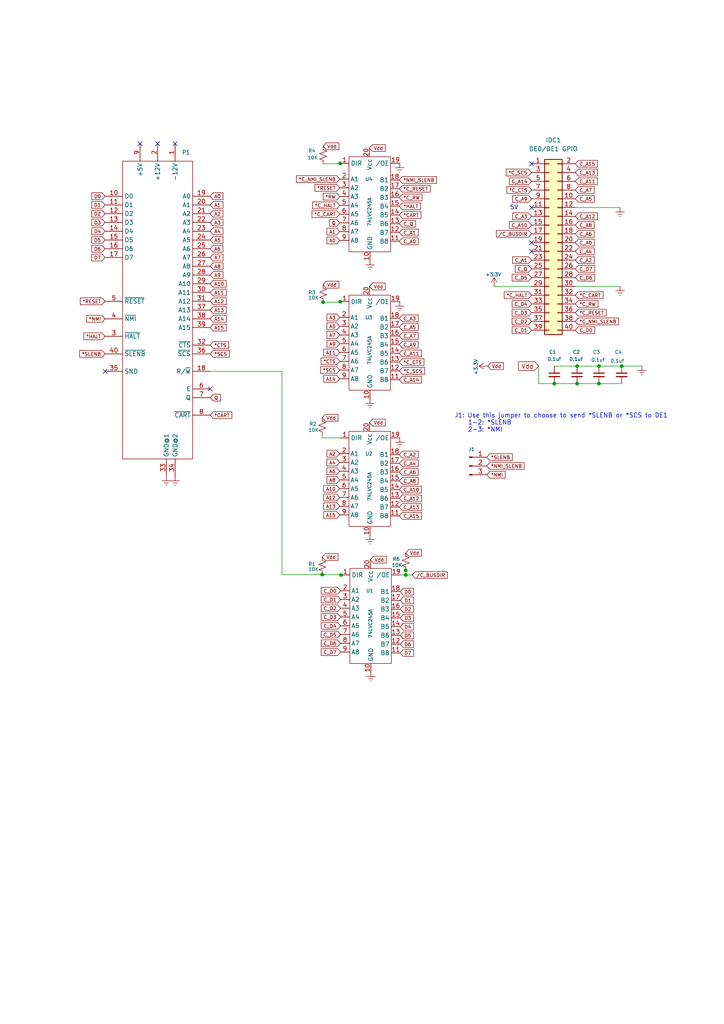
<source format=kicad_sch>
(kicad_sch (version 20211123) (generator eeschema)
  (paper "A4" portrait)
  (title_block (title "CoCo FPGA Hat (DE0 & DE1 Compatible)") (date "2023-01-18") (rev "0") (company "RCC") (comment 1 "to 3.3v systems with voltage conversion") (comment 2 "Cartridge for TRS-80 Color Computers that expose the Computer BUS") (comment 3 "IDC connector pinout mapped for Altera DE0 & DE1 FPGA Development Board"))
  (lib_symbols
    (symbol "74LVC245A_2"
      (property "Reference" "U" (at 0 0 0))
      (property "Value" "74LVC245A_2" (at 0 0 0))
      (symbol "74LVC245A_2_0_1"
        (rectangle (start -64.643 89.535) (end -52.578 61.976))
      )
      (symbol "74LVC245A_2_1_1"
        (pin input line (at -67.183 87.63 0) (length 2.54) (name "DIR") (number "1"))
        (pin power_in line (at -58.547 59.436 90) (length 2.54) (name "GND") (number "10"))
        (pin bidirectional line (at -50.038 65.024 180) (length 2.54) (name "B8") (number "11"))
        (pin bidirectional line (at -50.038 67.564 180) (length 2.54) (name "B7") (number "12"))
        (pin bidirectional line (at -50.038 70.104 180) (length 2.54) (name "B6") (number "13"))
        (pin bidirectional line (at -50.038 72.644 180) (length 2.54) (name "B5") (number "14"))
        (pin bidirectional line (at -50.038 75.184 180) (length 2.54) (name "B4") (number "15"))
        (pin bidirectional line (at -50.038 77.724 180) (length 2.54) (name "B3") (number "16"))
        (pin bidirectional line (at -50.038 80.264 180) (length 2.54) (name "B2") (number "17"))
        (pin bidirectional line (at -50.038 82.804 180) (length 2.54) (name "B1") (number "18"))
        (pin input line (at -49.911 87.63 180) (length 2.54) (name "/OE") (number "19"))
        (pin bidirectional line (at -67.31 83.058 0) (length 2.54) (name "A1") (number "2"))
        (pin power_in line (at -58.674 92.075 270) (length 2.54) (name "Vcc") (number "20"))
        (pin bidirectional line (at -67.31 80.518 0) (length 2.54) (name "A2") (number "3"))
        (pin bidirectional line (at -67.31 77.978 0) (length 2.54) (name "A3") (number "4"))
        (pin bidirectional line (at -67.31 75.438 0) (length 2.54) (name "A4") (number "5"))
        (pin bidirectional line (at -67.31 72.898 0) (length 2.54) (name "A5") (number "6"))
        (pin bidirectional line (at -67.31 70.358 0) (length 2.54) (name "A6") (number "7"))
        (pin bidirectional line (at -67.31 67.818 0) (length 2.54) (name "A7") (number "8"))
        (pin bidirectional line (at -67.31 65.278 0) (length 2.54) (name "A8") (number "9"))
      )
    )
    (symbol "74LVC245A_3"
      (property "Reference" "U" (at 0 0 0))
      (property "Value" "74LVC245A_3" (at 0 0 0))
      (symbol "74LVC245A_3_0_1"
        (rectangle (start -64.643 89.535) (end -52.578 61.976))
      )
      (symbol "74LVC245A_3_1_1"
        (pin input line (at -67.183 87.63 0) (length 2.54) (name "DIR") (number "1"))
        (pin power_in line (at -58.547 59.436 90) (length 2.54) (name "GND") (number "10"))
        (pin bidirectional line (at -50.038 65.024 180) (length 2.54) (name "B8") (number "11"))
        (pin bidirectional line (at -50.038 67.564 180) (length 2.54) (name "B7") (number "12"))
        (pin bidirectional line (at -50.038 70.104 180) (length 2.54) (name "B6") (number "13"))
        (pin bidirectional line (at -50.038 72.644 180) (length 2.54) (name "B5") (number "14"))
        (pin bidirectional line (at -50.038 75.184 180) (length 2.54) (name "B4") (number "15"))
        (pin bidirectional line (at -50.038 77.724 180) (length 2.54) (name "B3") (number "16"))
        (pin bidirectional line (at -50.038 80.264 180) (length 2.54) (name "B2") (number "17"))
        (pin bidirectional line (at -50.038 82.804 180) (length 2.54) (name "B1") (number "18"))
        (pin input line (at -49.911 87.63 180) (length 2.54) (name "/OE") (number "19"))
        (pin bidirectional line (at -67.31 83.058 0) (length 2.54) (name "A1") (number "2"))
        (pin power_in line (at -58.674 92.075 270) (length 2.54) (name "Vcc") (number "20"))
        (pin bidirectional line (at -67.31 80.518 0) (length 2.54) (name "A2") (number "3"))
        (pin bidirectional line (at -67.31 77.978 0) (length 2.54) (name "A3") (number "4"))
        (pin bidirectional line (at -67.31 75.438 0) (length 2.54) (name "A4") (number "5"))
        (pin bidirectional line (at -67.31 72.898 0) (length 2.54) (name "A5") (number "6"))
        (pin bidirectional line (at -67.31 70.358 0) (length 2.54) (name "A6") (number "7"))
        (pin bidirectional line (at -67.31 67.818 0) (length 2.54) (name "A7") (number "8"))
        (pin bidirectional line (at -67.31 65.278 0) (length 2.54) (name "A8") (number "9"))
      )
    )
    (symbol "74LVC245A_4"
      (property "Reference" "U" (at 0 0 0))
      (property "Value" "74LVC245A_4" (at 0 0 0))
      (symbol "74LVC245A_4_0_1"
        (rectangle (start -64.643 89.535) (end -52.578 61.976))
      )
      (symbol "74LVC245A_4_1_1"
        (pin input line (at -67.183 87.63 0) (length 2.54) (name "DIR") (number "1"))
        (pin power_in line (at -58.547 59.436 90) (length 2.54) (name "GND") (number "10"))
        (pin bidirectional line (at -50.038 65.024 180) (length 2.54) (name "B8") (number "11"))
        (pin bidirectional line (at -50.038 67.564 180) (length 2.54) (name "B7") (number "12"))
        (pin bidirectional line (at -50.038 70.104 180) (length 2.54) (name "B6") (number "13"))
        (pin bidirectional line (at -50.038 72.644 180) (length 2.54) (name "B5") (number "14"))
        (pin bidirectional line (at -50.038 75.184 180) (length 2.54) (name "B4") (number "15"))
        (pin bidirectional line (at -50.038 77.724 180) (length 2.54) (name "B3") (number "16"))
        (pin bidirectional line (at -50.038 80.264 180) (length 2.54) (name "B2") (number "17"))
        (pin bidirectional line (at -50.038 82.804 180) (length 2.54) (name "B1") (number "18"))
        (pin input line (at -49.911 87.63 180) (length 2.54) (name "/OE") (number "19"))
        (pin bidirectional line (at -67.31 83.058 0) (length 2.54) (name "A1") (number "2"))
        (pin power_in line (at -58.674 92.075 270) (length 2.54) (name "Vcc") (number "20"))
        (pin bidirectional line (at -67.31 80.518 0) (length 2.54) (name "A2") (number "3"))
        (pin bidirectional line (at -67.31 77.978 0) (length 2.54) (name "A3") (number "4"))
        (pin bidirectional line (at -67.31 75.438 0) (length 2.54) (name "A4") (number "5"))
        (pin bidirectional line (at -67.31 72.898 0) (length 2.54) (name "A5") (number "6"))
        (pin bidirectional line (at -67.31 70.358 0) (length 2.54) (name "A6") (number "7"))
        (pin bidirectional line (at -67.31 67.818 0) (length 2.54) (name "A7") (number "8"))
        (pin bidirectional line (at -67.31 65.278 0) (length 2.54) (name "A8") (number "9"))
      )
    )
    (symbol "Connector:Conn_01x03_Male" (pin_names (offset 1.016) hide)
      (property "Reference" "J" (at 0 5.08 0))
      (property "Value" "Conn_01x03_Male" (at 0 -5.08 0))
      (symbol "Conn_01x03_Male_1_1"
        (polyline (pts (xy 1.27 -2.54) (xy 0.8636 -2.54)) (stroke (width 0.1524)))
        (polyline (pts (xy 1.27 0) (xy 0.8636 0)) (stroke (width 0.1524)))
        (polyline (pts (xy 1.27 2.54) (xy 0.8636 2.54)) (stroke (width 0.1524)))
        (rectangle (start 0.8636 -2.413) (end 0 -2.667) (stroke (width 0.1524)) (fill (type outline)))
        (rectangle (start 0.8636 0.127) (end 0 -0.127) (stroke (width 0.1524)) (fill (type outline)))
        (rectangle (start 0.8636 2.667) (end 0 2.413) (stroke (width 0.1524)) (fill (type outline)))
        (pin passive line (at 5.08 2.54 180) (length 3.81) (name "Pin_1") (number "1"))
        (pin passive line (at 5.08 0 180) (length 3.81) (name "Pin_2") (number "2"))
        (pin passive line (at 5.08 -2.54 180) (length 3.81) (name "Pin_3") (number "3"))
      )
    )
    (symbol "Connector_Generic:Conn_02x20_Odd_Even" (pin_names (offset 1.016) hide)
      (property "Reference" "J" (at 1.27 25.4 0))
      (property "Value" "Conn_02x20_Odd_Even" (at 1.27 -27.94 0))
      (symbol "Conn_02x20_Odd_Even_1_1"
        (rectangle (start -1.27 -25.273) (end 0 -25.527) (stroke (width 0.1524)))
        (rectangle (start -1.27 -22.733) (end 0 -22.987) (stroke (width 0.1524)))
        (rectangle (start -1.27 -20.193) (end 0 -20.447) (stroke (width 0.1524)))
        (rectangle (start -1.27 -17.653) (end 0 -17.907) (stroke (width 0.1524)))
        (rectangle (start -1.27 -15.113) (end 0 -15.367) (stroke (width 0.1524)))
        (rectangle (start -1.27 -12.573) (end 0 -12.827) (stroke (width 0.1524)))
        (rectangle (start -1.27 -10.033) (end 0 -10.287) (stroke (width 0.1524)))
        (rectangle (start -1.27 -7.493) (end 0 -7.747) (stroke (width 0.1524)))
        (rectangle (start -1.27 -4.953) (end 0 -5.207) (stroke (width 0.1524)))
        (rectangle (start -1.27 -2.413) (end 0 -2.667) (stroke (width 0.1524)))
        (rectangle (start -1.27 0.127) (end 0 -0.127) (stroke (width 0.1524)))
        (rectangle (start -1.27 2.667) (end 0 2.413) (stroke (width 0.1524)))
        (rectangle (start -1.27 5.207) (end 0 4.953) (stroke (width 0.1524)))
        (rectangle (start -1.27 7.747) (end 0 7.493) (stroke (width 0.1524)))
        (rectangle (start -1.27 10.287) (end 0 10.033) (stroke (width 0.1524)))
        (rectangle (start -1.27 12.827) (end 0 12.573) (stroke (width 0.1524)))
        (rectangle (start -1.27 15.367) (end 0 15.113) (stroke (width 0.1524)))
        (rectangle (start -1.27 17.907) (end 0 17.653) (stroke (width 0.1524)))
        (rectangle (start -1.27 20.447) (end 0 20.193) (stroke (width 0.1524)))
        (rectangle (start -1.27 22.987) (end 0 22.733) (stroke (width 0.1524)))
        (rectangle (start -1.27 24.13) (end 3.81 -26.67) (stroke (width 0.254)) (fill (type background)))
        (rectangle (start 3.81 -25.273) (end 2.54 -25.527) (stroke (width 0.1524)))
        (rectangle (start 3.81 -22.733) (end 2.54 -22.987) (stroke (width 0.1524)))
        (rectangle (start 3.81 -20.193) (end 2.54 -20.447) (stroke (width 0.1524)))
        (rectangle (start 3.81 -17.653) (end 2.54 -17.907) (stroke (width 0.1524)))
        (rectangle (start 3.81 -15.113) (end 2.54 -15.367) (stroke (width 0.1524)))
        (rectangle (start 3.81 -12.573) (end 2.54 -12.827) (stroke (width 0.1524)))
        (rectangle (start 3.81 -10.033) (end 2.54 -10.287) (stroke (width 0.1524)))
        (rectangle (start 3.81 -7.493) (end 2.54 -7.747) (stroke (width 0.1524)))
        (rectangle (start 3.81 -4.953) (end 2.54 -5.207) (stroke (width 0.1524)))
        (rectangle (start 3.81 -2.413) (end 2.54 -2.667) (stroke (width 0.1524)))
        (rectangle (start 3.81 0.127) (end 2.54 -0.127) (stroke (width 0.1524)))
        (rectangle (start 3.81 2.667) (end 2.54 2.413) (stroke (width 0.1524)))
        (rectangle (start 3.81 5.207) (end 2.54 4.953) (stroke (width 0.1524)))
        (rectangle (start 3.81 7.747) (end 2.54 7.493) (stroke (width 0.1524)))
        (rectangle (start 3.81 10.287) (end 2.54 10.033) (stroke (width 0.1524)))
        (rectangle (start 3.81 12.827) (end 2.54 12.573) (stroke (width 0.1524)))
        (rectangle (start 3.81 15.367) (end 2.54 15.113) (stroke (width 0.1524)))
        (rectangle (start 3.81 17.907) (end 2.54 17.653) (stroke (width 0.1524)))
        (rectangle (start 3.81 20.447) (end 2.54 20.193) (stroke (width 0.1524)))
        (rectangle (start 3.81 22.987) (end 2.54 22.733) (stroke (width 0.1524)))
        (pin passive line (at -5.08 22.86 0) (length 3.81) (name "Pin_1") (number "1"))
        (pin passive line (at 7.62 12.7 180) (length 3.81) (name "Pin_10") (number "10"))
        (pin passive line (at -5.08 10.16 0) (length 3.81) (name "Pin_11") (number "11"))
        (pin passive line (at 7.62 10.16 180) (length 3.81) (name "Pin_12") (number "12"))
        (pin passive line (at -5.08 7.62 0) (length 3.81) (name "Pin_13") (number "13"))
        (pin passive line (at 7.62 7.62 180) (length 3.81) (name "Pin_14") (number "14"))
        (pin passive line (at -5.08 5.08 0) (length 3.81) (name "Pin_15") (number "15"))
        (pin passive line (at 7.62 5.08 180) (length 3.81) (name "Pin_16") (number "16"))
        (pin passive line (at -5.08 2.54 0) (length 3.81) (name "Pin_17") (number "17"))
        (pin passive line (at 7.62 2.54 180) (length 3.81) (name "Pin_18") (number "18"))
        (pin passive line (at -5.08 0 0) (length 3.81) (name "Pin_19") (number "19"))
        (pin passive line (at 7.62 22.86 180) (length 3.81) (name "Pin_2") (number "2"))
        (pin passive line (at 7.62 0 180) (length 3.81) (name "Pin_20") (number "20"))
        (pin passive line (at -5.08 -2.54 0) (length 3.81) (name "Pin_21") (number "21"))
        (pin passive line (at 7.62 -2.54 180) (length 3.81) (name "Pin_22") (number "22"))
        (pin passive line (at -5.08 -5.08 0) (length 3.81) (name "Pin_23") (number "23"))
        (pin passive line (at 7.62 -5.08 180) (length 3.81) (name "Pin_24") (number "24"))
        (pin passive line (at -5.08 -7.62 0) (length 3.81) (name "Pin_25") (number "25"))
        (pin passive line (at 7.62 -7.62 180) (length 3.81) (name "Pin_26") (number "26"))
        (pin passive line (at -5.08 -10.16 0) (length 3.81) (name "Pin_27") (number "27"))
        (pin passive line (at 7.62 -10.16 180) (length 3.81) (name "Pin_28") (number "28"))
        (pin passive line (at -5.08 -12.7 0) (length 3.81) (name "Pin_29") (number "29"))
        (pin passive line (at -5.08 20.32 0) (length 3.81) (name "Pin_3") (number "3"))
        (pin passive line (at 7.62 -12.7 180) (length 3.81) (name "Pin_30") (number "30"))
        (pin passive line (at -5.08 -15.24 0) (length 3.81) (name "Pin_31") (number "31"))
        (pin passive line (at 7.62 -15.24 180) (length 3.81) (name "Pin_32") (number "32"))
        (pin passive line (at -5.08 -17.78 0) (length 3.81) (name "Pin_33") (number "33"))
        (pin passive line (at 7.62 -17.78 180) (length 3.81) (name "Pin_34") (number "34"))
        (pin passive line (at -5.08 -20.32 0) (length 3.81) (name "Pin_35") (number "35"))
        (pin passive line (at 7.62 -20.32 180) (length 3.81) (name "Pin_36") (number "36"))
        (pin passive line (at -5.08 -22.86 0) (length 3.81) (name "Pin_37") (number "37"))
        (pin passive line (at 7.62 -22.86 180) (length 3.81) (name "Pin_38") (number "38"))
        (pin passive line (at -5.08 -25.4 0) (length 3.81) (name "Pin_39") (number "39"))
        (pin passive line (at 7.62 20.32 180) (length 3.81) (name "Pin_4") (number "4"))
        (pin passive line (at 7.62 -25.4 180) (length 3.81) (name "Pin_40") (number "40"))
        (pin passive line (at -5.08 17.78 0) (length 3.81) (name "Pin_5") (number "5"))
        (pin passive line (at 7.62 17.78 180) (length 3.81) (name "Pin_6") (number "6"))
        (pin passive line (at -5.08 15.24 0) (length 3.81) (name "Pin_7") (number "7"))
        (pin passive line (at 7.62 15.24 180) (length 3.81) (name "Pin_8") (number "8"))
        (pin passive line (at -5.08 12.7 0) (length 3.81) (name "Pin_9") (number "9"))
      )
    )
    (symbol "Device:C_Small" (pin_numbers hide) (pin_names (offset 0.254) hide)
      (property "Reference" "C" (at 0.254 1.778 0))
      (property "Value" "C_Small" (at 0.254 -2.032 0))
      (symbol "C_Small_0_1"
        (polyline (pts (xy -1.524 -0.508) (xy 1.524 -0.508)) (stroke (width 0.3302)))
        (polyline (pts (xy -1.524 0.508) (xy 1.524 0.508)) (stroke (width 0.3048)))
      )
      (symbol "C_Small_1_1"
        (pin passive line (at 0 2.54 270) (length 2.032) (name "~") (number "1"))
        (pin passive line (at 0 -2.54 90) (length 2.032) (name "~") (number "2"))
      )
    )
    (symbol "Device:R_Small_US" (pin_numbers hide) (pin_names (offset 0.254) hide)
      (property "Reference" "R" (at 0.762 0.508 0))
      (property "Value" "R_Small_US" (at 0.762 -1.016 0))
      (symbol "R_Small_US_1_1"
        (polyline (pts (xy 0 0) (xy 1.016 -0.381) (xy 0 -0.762) (xy -1.016 -1.143) (xy 0 -1.524)))
        (polyline (pts (xy 0 1.524) (xy 1.016 1.143) (xy 0 0.762) (xy -1.016 0.381) (xy 0 0)))
        (pin passive line (at 0 2.54 270) (length 1.016) (name "~") (number "1"))
        (pin passive line (at 0 -2.54 90) (length 1.016) (name "~") (number "2"))
      )
    )
    (symbol "Roni Symbols:CoCo_Slot_BarePCB"
      (property "Reference" "P" (at 10.16 40.64 0))
      (symbol "CoCo_Slot_BarePCB_1_0"
        (rectangle (start -10.16 40.64) (end 10.16 -45.72))
        (pin passive line (at 5.08 45.72 270) (length 5.08) (name "-12V") (number "1"))
        (pin bidirectional line (at -15.24 30.48 0) (length 5.08) (name "D0") (number "10"))
        (pin bidirectional line (at -15.24 27.94 0) (length 5.08) (name "D1") (number "11"))
        (pin bidirectional line (at -15.24 25.4 0) (length 5.08) (name "D2") (number "12"))
        (pin bidirectional line (at -15.24 22.86 0) (length 5.08) (name "D3") (number "13"))
        (pin bidirectional line (at -15.24 20.32 0) (length 5.08) (name "D4") (number "14"))
        (pin bidirectional line (at -15.24 17.78 0) (length 5.08) (name "D5") (number "15"))
        (pin bidirectional line (at -15.24 15.24 0) (length 5.08) (name "D6") (number "16"))
        (pin bidirectional line (at -15.24 12.7 0) (length 5.08) (name "D7") (number "17"))
        (pin output line (at 15.24 -20.32 180) (length 5.08) (name "R/~{W}") (number "18"))
        (pin output line (at 15.24 30.48 180) (length 5.08) (name "A0") (number "19"))
        (pin passive line (at 0 45.72 270) (length 5.08) (name "+12V") (number "2"))
        (pin output line (at 15.24 27.94 180) (length 5.08) (name "A1") (number "20"))
        (pin output line (at 15.24 25.4 180) (length 5.08) (name "A2") (number "21"))
        (pin output line (at 15.24 22.86 180) (length 5.08) (name "A3") (number "22"))
        (pin output line (at 15.24 20.32 180) (length 5.08) (name "A4") (number "23"))
        (pin output line (at 15.24 17.78 180) (length 5.08) (name "A5") (number "24"))
        (pin output line (at 15.24 15.24 180) (length 5.08) (name "A6") (number "25"))
        (pin output line (at 15.24 12.7 180) (length 5.08) (name "A7") (number "26"))
        (pin output line (at 15.24 10.16 180) (length 5.08) (name "A8") (number "27"))
        (pin output line (at 15.24 7.62 180) (length 5.08) (name "A9") (number "28"))
        (pin output line (at 15.24 5.08 180) (length 5.08) (name "A10") (number "29"))
        (pin bidirectional line (at -15.24 -10.16 0) (length 5.08) (name "~{HALT}") (number "3"))
        (pin output line (at 15.24 2.54 180) (length 5.08) (name "A11") (number "30"))
        (pin output line (at 15.24 0 180) (length 5.08) (name "A12") (number "31"))
        (pin output line (at 15.24 -12.7 180) (length 5.08) (name "~{CTS}") (number "32"))
        (pin passive line (at 2.54 -50.8 90) (length 5.08) (name "GND@1") (number "33"))
        (pin passive line (at 5.08 -50.8 90) (length 5.08) (name "GND@2") (number "34"))
        (pin bidirectional line (at -15.24 -20.32 0) (length 5.08) (name "SND") (number "35"))
        (pin output line (at 15.24 -15.24 180) (length 5.08) (name "~{SCS}") (number "36"))
        (pin output line (at 15.24 -2.54 180) (length 5.08) (name "A13") (number "37"))
        (pin output line (at 15.24 -5.08 180) (length 5.08) (name "A14") (number "38"))
        (pin output line (at 15.24 -7.62 180) (length 5.08) (name "A15") (number "39"))
        (pin bidirectional line (at -15.24 -5.08 0) (length 5.08) (name "~{NMI}") (number "4"))
        (pin input line (at -15.24 -15.24 0) (length 5.08) (name "~{SLENB}") (number "40"))
        (pin bidirectional line (at -15.24 0 0) (length 5.08) (name "~{RESET}") (number "5"))
        (pin output line (at 15.24 -25.4 180) (length 5.08) (name "E") (number "6"))
        (pin output line (at 15.24 -27.94 180) (length 5.08) (name "Q") (number "7"))
        (pin input line (at 15.24 -33.02 180) (length 5.08) (name "~{CART}") (number "8"))
        (pin passive line (at -5.08 45.72 270) (length 5.08) (name "+5V") (number "9"))
      )
    )
    (symbol "Roni:74LVC245A"
      (property "Reference" "U" (at 0 0 0))
      (property "Value" "74LVC245A" (at 0 0 0))
      (symbol "74LVC245A_0_1"
        (rectangle (start -64.643 89.535) (end -52.578 61.976))
      )
      (symbol "74LVC245A_1_1"
        (pin input line (at -67.183 87.63 0) (length 2.54) (name "DIR") (number "1"))
        (pin power_in line (at -58.547 59.436 90) (length 2.54) (name "GND") (number "10"))
        (pin bidirectional line (at -50.038 65.024 180) (length 2.54) (name "B8") (number "11"))
        (pin bidirectional line (at -50.038 67.564 180) (length 2.54) (name "B7") (number "12"))
        (pin bidirectional line (at -50.038 70.104 180) (length 2.54) (name "B6") (number "13"))
        (pin bidirectional line (at -50.038 72.644 180) (length 2.54) (name "B5") (number "14"))
        (pin bidirectional line (at -50.038 75.184 180) (length 2.54) (name "B4") (number "15"))
        (pin bidirectional line (at -50.038 77.724 180) (length 2.54) (name "B3") (number "16"))
        (pin bidirectional line (at -50.038 80.264 180) (length 2.54) (name "B2") (number "17"))
        (pin bidirectional line (at -50.038 82.804 180) (length 2.54) (name "B1") (number "18"))
        (pin input line (at -49.911 87.63 180) (length 2.54) (name "/OE") (number "19"))
        (pin bidirectional line (at -67.31 83.058 0) (length 2.54) (name "A1") (number "2"))
        (pin power_in line (at -58.674 92.075 270) (length 2.54) (name "Vcc") (number "20"))
        (pin bidirectional line (at -67.31 80.518 0) (length 2.54) (name "A2") (number "3"))
        (pin bidirectional line (at -67.31 77.978 0) (length 2.54) (name "A3") (number "4"))
        (pin bidirectional line (at -67.31 75.438 0) (length 2.54) (name "A4") (number "5"))
        (pin bidirectional line (at -67.31 72.898 0) (length 2.54) (name "A5") (number "6"))
        (pin bidirectional line (at -67.31 70.358 0) (length 2.54) (name "A6") (number "7"))
        (pin bidirectional line (at -67.31 67.818 0) (length 2.54) (name "A7") (number "8"))
        (pin bidirectional line (at -67.31 65.278 0) (length 2.54) (name "A8") (number "9"))
      )
    )
    (symbol "power:+3.3V" (power) (pin_names (offset 0))
      (property "Value" "+3.3V" (at 0 3.556 0))
      (symbol "+3.3V_0_1"
        (polyline (pts (xy -0.762 1.27) (xy 0 2.54)))
        (polyline (pts (xy 0 0) (xy 0 2.54)))
        (polyline (pts (xy 0 2.54) (xy 0.762 1.27)))
      )
      (symbol "+3.3V_1_1"
        (pin power_in line (at 0 0 90) (length 0) hide (name "+3.3V") (number "1"))
      )
    )
    (symbol "power:GNDREF" (power) (pin_names (offset 0))
      (property "Value" "GNDREF" (at 0 -3.81 0))
      (symbol "GNDREF_0_1"
        (polyline (pts (xy -0.635 -1.905) (xy 0.635 -1.905)))
        (polyline (pts (xy -0.127 -2.54) (xy 0.127 -2.54)))
        (polyline (pts (xy 0 -1.27) (xy 0 0)))
        (polyline (pts (xy 1.27 -1.27) (xy -1.27 -1.27)))
      )
      (symbol "GNDREF_1_1"
        (pin power_in line (at 0 0 270) (length 0) hide (name "GNDREF") (number "1"))
      )
    )
  )
  (junction (at 167.386 106.172))
  (junction (at 180.34 106.172))
  (junction (at 98.933 166.751))
  (junction (at 173.736 106.172))
  (junction (at 173.736 111.252))
  (junction (at 98.679 47.371))
  (junction (at 167.386 111.252))
  (junction (at 98.679 87.503))
  (junction (at 160.782 111.252))
  (junction (at 117.6788 165.4117))
  (junction (at 93.726 87.63))
  (junction (at 93.472 166.624))
  (junction (at 117.7027 166.751))
  (no_connect (at 154.178 47.498))
  (no_connect (at 60.96 112.776))
  (no_connect (at 154.178 72.898))
  (no_connect (at 45.72 41.656))
  (no_connect (at 40.64 41.656))
  (no_connect (at 154.178 60.198))
  (no_connect (at 154.178 70.358))
  (no_connect (at 30.48 107.696))
  (no_connect (at 50.8 41.656))
  (wire (pts (xy 81.788 107.696) (xy 81.788 166.624)))
  (wire (pts (xy 81.788 166.624) (xy 93.472 166.624)))
  (wire (pts (xy 180.34 106.172) (xy 186.182 106.172)))
  (wire (pts (xy 98.679 87.63) (xy 98.679 87.503)))
  (wire (pts (xy 98.933 166.624) (xy 98.933 166.751)))
  (wire (pts (xy 173.736 106.172) (xy 180.34 106.172)))
  (wire (pts (xy 93.472 126.238) (xy 93.472 127)))
  (wire (pts (xy 160.782 106.172) (xy 167.386 106.172)))
  (wire (pts (xy 167.386 106.172) (xy 173.736 106.172)))
  (wire (pts (xy 93.726 87.6914) (xy 93.726 87.63)))
  (wire (pts (xy 117.7027 165.4117) (xy 117.6788 165.4117)))
  (wire (pts (xy 143.3397 83.058) (xy 154.178 83.058)))
  (wire (pts (xy 166.878 83.058) (xy 179.8596 83.058)))
  (wire (pts (xy 117.7027 166.751) (xy 119.5564 166.751)))
  (wire (pts (xy 117.7027 166.751) (xy 117.7027 165.4117)))
  (wire (pts (xy 93.472 127) (xy 98.679 127)))
  (wire (pts (xy 167.386 111.252) (xy 173.736 111.252)))
  (wire (pts (xy 60.96 107.696) (xy 81.788 107.696)))
  (wire (pts (xy 98.679 47.498) (xy 98.679 47.371)))
  (wire (pts (xy 156.21 111.252) (xy 160.782 111.252)))
  (wire (pts (xy 160.782 111.252) (xy 167.386 111.252)))
  (wire (pts (xy 166.878 60.198) (xy 179.832 60.198)))
  (wire (pts (xy 93.726 47.498) (xy 98.679 47.498)))
  (wire (pts (xy 93.726 87.63) (xy 98.679 87.63)))
  (wire (pts (xy 116.205 166.751) (xy 117.7027 166.751)))
  (wire (pts (xy 173.736 111.252) (xy 180.34 111.252)))
  (wire (pts (xy 93.472 166.624) (xy 98.933 166.624)))
  (wire (pts (xy 156.21 106.172) (xy 156.21 111.252)))
  (text "J1: Use this jumper to choose to send *SLENB or *SCS to DE1\n    1-2: *SLENB\n    2-3: *NMI\n" (at 131.826 125.476 0) (effects (font (size 1.27 1.27)) (justify left bottom)))
  (text "5V" (at 147.859 61.0374 0) (effects (font (size 1.27 1.27)) (justify left bottom)))
  (global_label "Vdd" (shape input) (at 107.188 122.555 0) (effects (font (size 1 1))) (property "Intersheet References" "${INTERSHEET_REFS}" (effects hide)))
  (global_label "C_D5" (shape input) (at 154.178 80.518 180) (effects (font (size 1 1))) (property "Intersheet References" "${INTERSHEET_REFS}" (effects hide)))
  (global_label "A9" (shape input) (at 98.552 99.695 180) (effects (font (size 1 1))) (property "Intersheet References" "${INTERSHEET_REFS}" (effects hide)))
  (global_label "*CTS" (shape input) (at 98.552 104.775 180) (effects (font (size 1 1))) (property "Intersheet References" "${INTERSHEET_REFS}" (effects hide)))
  (global_label "Vdd" (shape input) (at 107.442 162.306 0) (effects (font (size 1 1))) (property "Intersheet References" "${INTERSHEET_REFS}" (effects hide)))
  (global_label "C_A13" (shape input) (at 115.824 147.066 0) (effects (font (size 1 1))) (property "Intersheet References" "${INTERSHEET_REFS}" (effects hide)))
  (global_label "C_A6" (shape input) (at 115.824 136.906 0) (effects (font (size 1 1))) (property "Intersheet References" "${INTERSHEET_REFS}" (effects hide)))
  (global_label "A5" (shape input) (at 60.96 69.596 0) (effects (font (size 1 1))) (property "Intersheet References" "${INTERSHEET_REFS}" (effects hide)))
  (global_label "C_A7" (shape input) (at 166.878 55.118 0) (effects (font (size 1 1))) (property "Intersheet References" "${INTERSHEET_REFS}" (effects hide)))
  (global_label "*C_NMI_SLENB" (shape input) (at 166.878 93.218 0) (effects (font (size 1 1))) (property "Intersheet References" "${INTERSHEET_REFS}" (effects hide)))
  (global_label "C_A4" (shape input) (at 166.878 72.898 0) (effects (font (size 1 1))) (property "Intersheet References" "${INTERSHEET_REFS}" (effects hide)))
  (global_label "A1" (shape input) (at 60.96 59.436 0) (effects (font (size 1 1))) (property "Intersheet References" "${INTERSHEET_REFS}" (effects hide)))
  (global_label "{slash}C_BUSDIR" (shape input) (at 154.178 67.818 180) (effects (font (size 1 1))) (property "Intersheet References" "${INTERSHEET_REFS}" (effects hide)))
  (global_label "*C_RESET" (shape input) (at 115.824 54.737 0) (effects (font (size 1 1))) (property "Intersheet References" "${INTERSHEET_REFS}" (effects hide)))
  (global_label "D5" (shape input) (at 116.078 184.277 0) (effects (font (size 1 1))) (property "Intersheet References" "${INTERSHEET_REFS}" (effects hide)))
  (global_label "C_A0" (shape input) (at 166.878 70.358 0) (effects (font (size 1 1))) (property "Intersheet References" "${INTERSHEET_REFS}" (effects hide)))
  (global_label "C_A2" (shape input) (at 166.878 75.438 0) (effects (font (size 1 1))) (property "Intersheet References" "${INTERSHEET_REFS}" (effects hide)))
  (global_label "*NMI" (shape input) (at 30.48 92.456 180) (effects (font (size 1 1))) (property "Intersheet References" "${INTERSHEET_REFS}" (effects hide)))
  (global_label "A10" (shape input) (at 60.96 82.296 0) (effects (font (size 1 1))) (property "Intersheet References" "${INTERSHEET_REFS}" (effects hide)))
  (global_label "*C_CART" (shape input) (at 166.878 85.598 0) (effects (font (size 1 1))) (property "Intersheet References" "${INTERSHEET_REFS}" (effects hide)))
  (global_label "A15" (shape input) (at 60.96 94.996 0) (effects (font (size 1 1))) (property "Intersheet References" "${INTERSHEET_REFS}" (effects hide)))
  (global_label "C_D0" (shape input) (at 98.806 171.323 180) (effects (font (size 1 1))) (property "Intersheet References" "${INTERSHEET_REFS}" (effects hide)))
  (global_label "C_D0" (shape input) (at 166.878 95.758 0) (effects (font (size 1 1))) (property "Intersheet References" "${INTERSHEET_REFS}" (effects hide)))
  (global_label "Vdd" (shape input) (at 93.726 82.55 0) (effects (font (size 1 1))) (property "Intersheet References" "${INTERSHEET_REFS}" (effects hide)))
  (global_label "*C_SCS" (shape input) (at 154.178 50.038 180) (effects (font (size 1 1))) (property "Intersheet References" "${INTERSHEET_REFS}" (effects hide)))
  (global_label "C_D7" (shape input) (at 98.806 189.103 180) (effects (font (size 1 1))) (property "Intersheet References" "${INTERSHEET_REFS}" (effects hide)))
  (global_label "A0" (shape input) (at 60.96 56.896 0) (effects (font (size 1 1))) (property "Intersheet References" "${INTERSHEET_REFS}" (effects hide)))
  (global_label "*RESET" (shape input) (at 30.48 87.376 180) (effects (font (size 1 1))) (property "Intersheet References" "${INTERSHEET_REFS}" (effects hide)))
  (global_label "*NMI" (shape input) (at 141.224 137.668 0) (effects (font (size 1 1))) (property "Intersheet References" "${INTERSHEET_REFS}" (effects hide)))
  (global_label "C_A12" (shape input) (at 115.824 144.526 0) (effects (font (size 1 1))) (property "Intersheet References" "${INTERSHEET_REFS}" (effects hide)))
  (global_label "A1" (shape input) (at 98.552 67.183 180) (effects (font (size 1 1))) (property "Intersheet References" "${INTERSHEET_REFS}" (effects hide)))
  (global_label "C_A10" (shape input) (at 154.178 65.278 180) (effects (font (size 1 1))) (property "Intersheet References" "${INTERSHEET_REFS}" (effects hide)))
  (global_label "C_A9" (shape input) (at 154.178 57.658 180) (effects (font (size 1 1))) (property "Intersheet References" "${INTERSHEET_REFS}" (effects hide)))
  (global_label "A7" (shape input) (at 60.96 74.676 0) (effects (font (size 1 1))) (property "Intersheet References" "${INTERSHEET_REFS}" (effects hide)))
  (global_label "*C_CTS" (shape input) (at 154.178 55.118 180) (effects (font (size 1 1))) (property "Intersheet References" "${INTERSHEET_REFS}" (effects hide)))
  (global_label "A10" (shape input) (at 98.552 141.732 180) (effects (font (size 1 1))) (property "Intersheet References" "${INTERSHEET_REFS}" (effects hide)))
  (global_label "D3" (shape input) (at 30.48 64.516 180) (effects (font (size 1 1))) (property "Intersheet References" "${INTERSHEET_REFS}" (effects hide)))
  (global_label "*HALT" (shape input) (at 115.824 59.817 0) (effects (font (size 1 1))) (property "Intersheet References" "${INTERSHEET_REFS}" (effects hide)))
  (global_label "C_D5" (shape input) (at 98.806 184.023 180) (effects (font (size 1 1))) (property "Intersheet References" "${INTERSHEET_REFS}" (effects hide)))
  (global_label "C_A8" (shape input) (at 115.824 139.446 0) (effects (font (size 1 1))) (property "Intersheet References" "${INTERSHEET_REFS}" (effects hide)))
  (global_label "C_A8" (shape input) (at 166.878 65.278 0) (effects (font (size 1 1))) (property "Intersheet References" "${INTERSHEET_REFS}" (effects hide)))
  (global_label "D6" (shape input) (at 116.078 186.817 0) (effects (font (size 1 1))) (property "Intersheet References" "${INTERSHEET_REFS}" (effects hide)))
  (global_label "D3" (shape input) (at 116.078 179.197 0) (effects (font (size 1 1))) (property "Intersheet References" "${INTERSHEET_REFS}" (effects hide)))
  (global_label "D4" (shape input) (at 30.48 67.056 180) (effects (font (size 1 1))) (property "Intersheet References" "${INTERSHEET_REFS}" (effects hide)))
  (global_label "D0" (shape input) (at 116.078 171.577 0) (effects (font (size 1 1))) (property "Intersheet References" "${INTERSHEET_REFS}" (effects hide)))
  (global_label "C_A15" (shape input) (at 166.878 47.498 0) (effects (font (size 1 1))) (property "Intersheet References" "${INTERSHEET_REFS}" (effects hide)))
  (global_label "C_D2" (shape input) (at 98.806 176.403 180) (effects (font (size 1 1))) (property "Intersheet References" "${INTERSHEET_REFS}" (effects hide)))
  (global_label "*CTS" (shape input) (at 60.96 100.076 0) (effects (font (size 1 1))) (property "Intersheet References" "${INTERSHEET_REFS}" (effects hide)))
  (global_label "*HALT" (shape input) (at 30.48 97.536 180) (effects (font (size 1 1))) (property "Intersheet References" "${INTERSHEET_REFS}" (effects hide)))
  (global_label "C_A3" (shape input) (at 154.178 62.738 180) (effects (font (size 1 1))) (property "Intersheet References" "${INTERSHEET_REFS}" (effects hide)))
  (global_label "C_Q" (shape input) (at 154.178 77.978 180) (effects (font (size 1 1))) (property "Intersheet References" "${INTERSHEET_REFS}" (effects hide)))
  (global_label "A15" (shape input) (at 98.552 149.352 180) (effects (font (size 1 1))) (property "Intersheet References" "${INTERSHEET_REFS}" (effects hide)))
  (global_label "D6" (shape input) (at 30.48 72.136 180) (effects (font (size 1 1))) (property "Intersheet References" "${INTERSHEET_REFS}" (effects hide)))
  (global_label "C_D3" (shape input) (at 154.178 90.678 180) (effects (font (size 1 1))) (property "Intersheet References" "${INTERSHEET_REFS}" (effects hide)))
  (global_label "C_A6" (shape input) (at 166.878 67.818 0) (effects (font (size 1 1))) (property "Intersheet References" "${INTERSHEET_REFS}" (effects hide)))
  (global_label "C_A12" (shape input) (at 166.878 62.738 0) (effects (font (size 1 1))) (property "Intersheet References" "${INTERSHEET_REFS}" (effects hide)))
  (global_label "C_A4" (shape input) (at 115.824 134.366 0) (effects (font (size 1 1))) (property "Intersheet References" "${INTERSHEET_REFS}" (effects hide)))
  (global_label "*NMI_SLENB" (shape input) (at 115.824 52.197 0) (effects (font (size 1 1))) (property "Intersheet References" "${INTERSHEET_REFS}" (effects hide)))
  (global_label "C_A2" (shape input) (at 115.824 131.826 0) (effects (font (size 1 1))) (property "Intersheet References" "${INTERSHEET_REFS}" (effects hide)))
  (global_label "*CART" (shape input) (at 115.824 62.357 0) (effects (font (size 1 1))) (property "Intersheet References" "${INTERSHEET_REFS}" (effects hide)))
  (global_label "A6" (shape input) (at 98.552 136.652 180) (effects (font (size 1 1))) (property "Intersheet References" "${INTERSHEET_REFS}" (effects hide)))
  (global_label "*C_SCS" (shape input) (at 115.824 107.569 0) (effects (font (size 1 1))) (property "Intersheet References" "${INTERSHEET_REFS}" (effects hide)))
  (global_label "{slash}C_BUSDIR" (shape input) (at 119.5564 166.751 0) (effects (font (size 1 1))) (property "Intersheet References" "${INTERSHEET_REFS}" (effects hide)))
  (global_label "C_D2" (shape input) (at 154.178 93.218 180) (effects (font (size 1 1))) (property "Intersheet References" "${INTERSHEET_REFS}" (effects hide)))
  (global_label "Vdd" (shape input) (at 93.472 121.158 0) (effects (font (size 1 1))) (property "Intersheet References" "${INTERSHEET_REFS}" (effects hide)))
  (global_label "A3" (shape input) (at 98.552 92.075 180) (effects (font (size 1 1))) (property "Intersheet References" "${INTERSHEET_REFS}" (effects hide)))
  (global_label "D2" (shape input) (at 30.48 61.976 180) (effects (font (size 1 1))) (property "Intersheet References" "${INTERSHEET_REFS}" (effects hide)))
  (global_label "A11" (shape input) (at 98.552 102.235 180) (effects (font (size 1 1))) (property "Intersheet References" "${INTERSHEET_REFS}" (effects hide)))
  (global_label "Vdd" (shape input) (at 156.21 106.172 180) (property "Intersheet References" "${INTERSHEET_REFS}" (effects hide)))
  (global_label "C_A11" (shape input) (at 115.824 102.489 0) (effects (font (size 1 1))) (property "Intersheet References" "${INTERSHEET_REFS}" (effects hide)))
  (global_label "A14" (shape input) (at 98.552 109.855 180) (effects (font (size 1 1))) (property "Intersheet References" "${INTERSHEET_REFS}" (effects hide)))
  (global_label "*SLENB" (shape input) (at 141.224 132.588 0) (effects (font (size 1 1))) (property "Intersheet References" "${INTERSHEET_REFS}" (effects hide)))
  (global_label "*C_CTS" (shape input) (at 115.824 105.029 0) (effects (font (size 1 1))) (property "Intersheet References" "${INTERSHEET_REFS}" (effects hide)))
  (global_label "C_D3" (shape input) (at 98.806 178.943 180) (effects (font (size 1 1))) (property "Intersheet References" "${INTERSHEET_REFS}" (effects hide)))
  (global_label "A0" (shape input) (at 98.552 69.723 180) (effects (font (size 1 1))) (property "Intersheet References" "${INTERSHEET_REFS}" (effects hide)))
  (global_label "A8" (shape input) (at 98.552 139.192 180) (effects (font (size 1 1))) (property "Intersheet References" "${INTERSHEET_REFS}" (effects hide)))
  (global_label "*C_CART" (shape input) (at 98.552 62.103 180) (effects (font (size 1 1))) (property "Intersheet References" "${INTERSHEET_REFS}" (effects hide)))
  (global_label "C_A0" (shape input) (at 115.824 69.977 0) (effects (font (size 1 1))) (property "Intersheet References" "${INTERSHEET_REFS}" (effects hide)))
  (global_label "D2" (shape input) (at 116.078 176.657 0) (effects (font (size 1 1))) (property "Intersheet References" "${INTERSHEET_REFS}" (effects hide)))
  (global_label "A5" (shape input) (at 98.552 94.615 180) (effects (font (size 1 1))) (property "Intersheet References" "${INTERSHEET_REFS}" (effects hide)))
  (global_label "*SLENB" (shape input) (at 30.48 102.616 180) (effects (font (size 1 1))) (property "Intersheet References" "${INTERSHEET_REFS}" (effects hide)))
  (global_label "Vdd" (shape input) (at 117.6788 160.3317 0) (effects (font (size 1 1))) (property "Intersheet References" "${INTERSHEET_REFS}" (effects hide)))
  (global_label "C_D1" (shape input) (at 154.178 95.758 180) (effects (font (size 1 1))) (property "Intersheet References" "${INTERSHEET_REFS}" (effects hide)))
  (global_label "*NMI_SLENB" (shape input) (at 141.224 135.128 0) (effects (font (size 1 1))) (property "Intersheet References" "${INTERSHEET_REFS}" (effects hide)))
  (global_label "*C_HALT" (shape input) (at 154.178 85.598 180) (effects (font (size 1 1))) (property "Intersheet References" "${INTERSHEET_REFS}" (effects hide)))
  (global_label "C_A1" (shape input) (at 154.178 75.438 180) (effects (font (size 1 1))) (property "Intersheet References" "${INTERSHEET_REFS}" (effects hide)))
  (global_label "*SCS" (shape input) (at 98.552 107.315 180) (effects (font (size 1 1))) (property "Intersheet References" "${INTERSHEET_REFS}" (effects hide)))
  (global_label "D5" (shape input) (at 30.48 69.596 180) (effects (font (size 1 1))) (property "Intersheet References" "${INTERSHEET_REFS}" (effects hide)))
  (global_label "C_D4" (shape input) (at 98.806 181.483 180) (effects (font (size 1 1))) (property "Intersheet References" "${INTERSHEET_REFS}" (effects hide)))
  (global_label "*C_RW" (shape input) (at 115.824 57.277 0) (effects (font (size 1 1))) (property "Intersheet References" "${INTERSHEET_REFS}" (effects hide)))
  (global_label "A12" (shape input) (at 98.552 144.272 180) (effects (font (size 1 1))) (property "Intersheet References" "${INTERSHEET_REFS}" (effects hide)))
  (global_label "C_D7" (shape input) (at 166.878 77.978 0) (effects (font (size 1 1))) (property "Intersheet References" "${INTERSHEET_REFS}" (effects hide)))
  (global_label "A6" (shape input) (at 60.96 72.136 0) (effects (font (size 1 1))) (property "Intersheet References" "${INTERSHEET_REFS}" (effects hide)))
  (global_label "C_A1" (shape input) (at 115.824 67.437 0) (effects (font (size 1 1))) (property "Intersheet References" "${INTERSHEET_REFS}" (effects hide)))
  (global_label "*C_HALT" (shape input) (at 98.552 59.563 180) (effects (font (size 1 1))) (property "Intersheet References" "${INTERSHEET_REFS}" (effects hide)))
  (global_label "Vdd" (shape input) (at 141.478 106.172 0) (effects (font (size 1 1))) (property "Intersheet References" "${INTERSHEET_REFS}" (effects hide)))
  (global_label "D7" (shape input) (at 116.078 189.357 0) (effects (font (size 1 1))) (property "Intersheet References" "${INTERSHEET_REFS}" (effects hide)))
  (global_label "C_A7" (shape input) (at 115.824 97.409 0) (effects (font (size 1 1))) (property "Intersheet References" "${INTERSHEET_REFS}" (effects hide)))
  (global_label "*SCS" (shape input) (at 60.96 102.616 0) (effects (font (size 1 1))) (property "Intersheet References" "${INTERSHEET_REFS}" (effects hide)))
  (global_label "A3" (shape input) (at 60.96 64.516 0) (effects (font (size 1 1))) (property "Intersheet References" "${INTERSHEET_REFS}" (effects hide)))
  (global_label "A2" (shape input) (at 98.552 131.572 180) (effects (font (size 1 1))) (property "Intersheet References" "${INTERSHEET_REFS}" (effects hide)))
  (global_label "C_Q" (shape input) (at 115.824 64.897 0) (effects (font (size 1 1))) (property "Intersheet References" "${INTERSHEET_REFS}" (effects hide)))
  (global_label "C_D1" (shape input) (at 98.806 173.863 180) (effects (font (size 1 1))) (property "Intersheet References" "${INTERSHEET_REFS}" (effects hide)))
  (global_label "C_A10" (shape input) (at 115.824 141.986 0) (effects (font (size 1 1))) (property "Intersheet References" "${INTERSHEET_REFS}" (effects hide)))
  (global_label "A13" (shape input) (at 98.552 146.812 180) (effects (font (size 1 1))) (property "Intersheet References" "${INTERSHEET_REFS}" (effects hide)))
  (global_label "Q" (shape input) (at 98.552 64.643 180) (effects (font (size 1 1))) (property "Intersheet References" "${INTERSHEET_REFS}" (effects hide)))
  (global_label "*RESET" (shape input) (at 98.552 54.483 180) (effects (font (size 1 1))) (property "Intersheet References" "${INTERSHEET_REFS}" (effects hide)))
  (global_label "C_D4" (shape input) (at 154.178 88.138 180) (effects (font (size 1 1))) (property "Intersheet References" "${INTERSHEET_REFS}" (effects hide)))
  (global_label "D1" (shape input) (at 30.48 59.436 180) (effects (font (size 1 1))) (property "Intersheet References" "${INTERSHEET_REFS}" (effects hide)))
  (global_label "C_A14" (shape input) (at 154.178 52.578 180) (effects (font (size 1 1))) (property "Intersheet References" "${INTERSHEET_REFS}" (effects hide)))
  (global_label "*CART" (shape input) (at 60.96 120.396 0) (effects (font (size 1 1))) (property "Intersheet References" "${INTERSHEET_REFS}" (effects hide)))
  (global_label "Q" (shape input) (at 60.96 115.316 0) (effects (font (size 1 1))) (property "Intersheet References" "${INTERSHEET_REFS}" (effects hide)))
  (global_label "C_A5" (shape input) (at 166.878 57.658 0) (effects (font (size 1 1))) (property "Intersheet References" "${INTERSHEET_REFS}" (effects hide)))
  (global_label "C_A9" (shape input) (at 115.824 99.949 0) (effects (font (size 1 1))) (property "Intersheet References" "${INTERSHEET_REFS}" (effects hide)))
  (global_label "C_D6" (shape input) (at 166.878 80.518 0) (effects (font (size 1 1))) (property "Intersheet References" "${INTERSHEET_REFS}" (effects hide)))
  (global_label "*RW" (shape input) (at 98.552 57.023 180) (effects (font (size 1 1))) (property "Intersheet References" "${INTERSHEET_REFS}" (effects hide)))
  (global_label "D1" (shape input) (at 116.078 174.117 0) (effects (font (size 1 1))) (property "Intersheet References" "${INTERSHEET_REFS}" (effects hide)))
  (global_label "A12" (shape input) (at 60.96 87.376 0) (effects (font (size 1 1))) (property "Intersheet References" "${INTERSHEET_REFS}" (effects hide)))
  (global_label "C_A14" (shape input) (at 115.824 110.109 0) (effects (font (size 1 1))) (property "Intersheet References" "${INTERSHEET_REFS}" (effects hide)))
  (global_label "C_A11" (shape input) (at 166.878 52.578 0) (effects (font (size 1 1))) (property "Intersheet References" "${INTERSHEET_REFS}" (effects hide)))
  (global_label "C_D6" (shape input) (at 98.806 186.563 180) (effects (font (size 1 1))) (property "Intersheet References" "${INTERSHEET_REFS}" (effects hide)))
  (global_label "*C_RESET" (shape input) (at 166.878 90.678 0) (effects (font (size 1 1))) (property "Intersheet References" "${INTERSHEET_REFS}" (effects hide)))
  (global_label "D7" (shape input) (at 30.48 74.676 180) (effects (font (size 1 1))) (property "Intersheet References" "${INTERSHEET_REFS}" (effects hide)))
  (global_label "A7" (shape input) (at 98.552 97.155 180) (effects (font (size 1 1))) (property "Intersheet References" "${INTERSHEET_REFS}" (effects hide)))
  (global_label "Vdd" (shape input) (at 93.472 161.544 0) (effects (font (size 1 1))) (property "Intersheet References" "${INTERSHEET_REFS}" (effects hide)))
  (global_label "A8" (shape input) (at 60.96 77.216 0) (effects (font (size 1 1))) (property "Intersheet References" "${INTERSHEET_REFS}" (effects hide)))
  (global_label "C_A13" (shape input) (at 166.878 50.038 0) (effects (font (size 1 1))) (property "Intersheet References" "${INTERSHEET_REFS}" (effects hide)))
  (global_label "C_A3" (shape input) (at 115.824 92.329 0) (effects (font (size 1 1))) (property "Intersheet References" "${INTERSHEET_REFS}" (effects hide)))
  (global_label "C_A15" (shape input) (at 115.824 149.606 0) (effects (font (size 1 1))) (property "Intersheet References" "${INTERSHEET_REFS}" (effects hide)))
  (global_label "D0" (shape input) (at 30.48 56.896 180) (effects (font (size 1 1))) (property "Intersheet References" "${INTERSHEET_REFS}" (effects hide)))
  (global_label "D4" (shape input) (at 116.078 181.737 0) (effects (font (size 1 1))) (property "Intersheet References" "${INTERSHEET_REFS}" (effects hide)))
  (global_label "Vdd" (shape input) (at 93.726 42.418 0) (effects (font (size 1 1))) (property "Intersheet References" "${INTERSHEET_REFS}" (effects hide)))
  (global_label "Vdd" (shape input) (at 107.188 83.058 0) (effects (font (size 1 1))) (property "Intersheet References" "${INTERSHEET_REFS}" (effects hide)))
  (global_label "*C_NMI_SLENB" (shape input) (at 98.552 51.943 180) (effects (font (size 1 1))) (property "Intersheet References" "${INTERSHEET_REFS}" (effects hide)))
  (global_label "C_A5" (shape input) (at 115.824 94.869 0) (effects (font (size 1 1))) (property "Intersheet References" "${INTERSHEET_REFS}" (effects hide)))
  (global_label "A11" (shape input) (at 60.96 84.836 0) (effects (font (size 1 1))) (property "Intersheet References" "${INTERSHEET_REFS}" (effects hide)))
  (global_label "Vdd" (shape input) (at 107.188 42.926 0) (effects (font (size 1 1))) (property "Intersheet References" "${INTERSHEET_REFS}" (effects hide)))
  (global_label "A4" (shape input) (at 98.552 134.112 180) (effects (font (size 1 1))) (property "Intersheet References" "${INTERSHEET_REFS}" (effects hide)))
  (global_label "A4" (shape input) (at 60.96 67.056 0) (effects (font (size 1 1))) (property "Intersheet References" "${INTERSHEET_REFS}" (effects hide)))
  (global_label "A2" (shape input) (at 60.96 61.976 0) (effects (font (size 1 1))) (property "Intersheet References" "${INTERSHEET_REFS}" (effects hide)))
  (global_label "A13" (shape input) (at 60.96 89.916 0) (effects (font (size 1 1))) (property "Intersheet References" "${INTERSHEET_REFS}" (effects hide)))
  (global_label "*C_RW" (shape input) (at 166.878 88.138 0) (effects (font (size 1 1))) (property "Intersheet References" "${INTERSHEET_REFS}" (effects hide)))
  (global_label "A14" (shape input) (at 60.96 92.456 0) (effects (font (size 1 1))) (property "Intersheet References" "${INTERSHEET_REFS}" (effects hide)))
  (global_label "A9" (shape input) (at 60.96 79.756 0) (effects (font (size 1 1))) (property "Intersheet References" "${INTERSHEET_REFS}" (effects hide)))
  (symbol (lib_id "power:GNDREF") (at 48.26 138.176 0) (unit 1)
    (property "Reference" "#PWR0103" (effects hide))
    (property "Value" "GNDREF" (effects hide))
  )
  (symbol (lib_id "power:GNDREF") (at 107.315 115.697 0) (unit 1)
    (property "Reference" "#PWR018" (effects hide))
    (property "Value" "GNDREF" (effects hide))
  )
  (symbol (lib_id "power:+3.3V") (at 143.3397 83.058 0) (unit 1)
    (property "Reference" "#PWR0109" (effects hide))
    (property "Value" "+3.3V" (at 143.0857 79.629 0) (effects (font (size 1 1))))
  )
  (symbol (lib_id "Device:R_Small_US") (at 117.6788 162.8717 0) (unit 1)
    (property "Reference" "R6" (at 113.8688 162.1097 0) (effects (font (size 1 1)) (justify left)))
    (property "Value" "10K" (at 113.6148 163.8877 0) (effects (font (size 1 1)) (justify left)))
    (property "Footprint" "Resistor_THT:R_Axial_DIN0204_L3.6mm_D1.6mm_P5.08mm_Horizontal" (effects hide))
  )
  (symbol (lib_id "Connector:Conn_01x03_Male") (at 136.144 135.128 0) (unit 1)
    (property "Reference" "J1" (at 136.779 130.302 0) (effects (font (size 1 1))))
    (property "Value" "J1" (effects hide))
    (property "Footprint" "Connector_PinHeader_2.54mm:PinHeader_1x03_P2.54mm_Vertical" (effects hide))
  )
  (symbol (lib_id "Device:R_Small_US") (at 93.726 85.09 0) (unit 1)
    (property "Reference" "R3" (at 89.408 84.836 0) (effects (font (size 1 1)) (justify left)))
    (property "Value" "10K" (at 89.408 86.36 0) (effects (font (size 1 1)) (justify left)))
    (property "Footprint" "Resistor_THT:R_Axial_DIN0204_L3.6mm_D1.6mm_P5.08mm_Horizontal" (effects hide))
  )
  (symbol (lib_id "power:GNDREF") (at 179.8596 83.058 0) (unit 1)
    (property "Reference" "#PWR0101" (effects hide))
    (property "Value" "GNDREF" (effects hide))
  )
  (symbol (lib_id "Roni Symbols:CoCo_Slot_BarePCB") (at 45.72 87.376 0) (unit 1)
    (property "Reference" "P1" (at 52.8194 44.196 0) (effects (font (size 1.27 1.0795)) (justify left)))
    (property "Value" "CoCo_Slot" (effects hide))
    (property "Footprint" "CoCoEPROMpak:COCO-CART-2.1X1.75" (effects hide))
  )
  (symbol (lib_id "Device:R_Small_US") (at 93.472 123.698 0) (unit 1)
    (property "Reference" "R2" (at 89.662 122.936 0) (effects (font (size 1 1)) (justify left)))
    (property "Value" "10K" (at 89.408 124.714 0) (effects (font (size 1 1)) (justify left)))
    (property "Footprint" "Resistor_THT:R_Axial_DIN0204_L3.6mm_D1.6mm_P5.08mm_Horizontal" (effects hide))
  )
  (symbol (lib_id "Connector_Generic:Conn_02x20_Odd_Even") (at 159.258 70.358 0) (unit 1)
    (property "Reference" "IDC1" (at 160.528 40.64 0))
    (property "Value" "DE0/DE1 GPIO" (at 160.528 43.18 0))
    (property "Footprint" "Connector_PinHeader_2.54mm:PinHeader_2x20_P2.54mm_Vertical" (effects hide))
  )
  (symbol (lib_id "Device:R_Small_US") (at 93.472 164.084 0) (unit 1)
    (property "Reference" "R1" (at 89.408 163.576 0) (effects (font (size 1 1)) (justify left)))
    (property "Value" "10K" (at 89.408 165.1 0) (effects (font (size 1 1)) (justify left)))
    (property "Footprint" "Resistor_THT:R_Axial_DIN0204_L3.6mm_D1.6mm_P5.08mm_Horizontal" (effects hide))
  )
  (symbol (lib_id "power:GNDREF") (at 115.951 127 0) (unit 1)
    (property "Reference" "#PWR09" (effects hide))
    (property "Value" "GNDREF" (effects hide))
  )
  (symbol (lib_id "Device:C_Small") (at 180.34 108.712 0) (unit 1)
    (property "Reference" "C4" (at 178.308 102.108 0) (effects (font (size 1 1)) (justify left)))
    (property "Value" "0.1uf" (at 177.038 104.648 0) (effects (font (size 1 1)) (justify left)))
    (property "Footprint" "Capacitor_THT:C_Disc_D3.0mm_W1.6mm_P2.50mm" (effects hide))
  )
  (symbol (lib_id "power:GNDREF") (at 107.315 155.194 0) (unit 1)
    (property "Reference" "#PWR019" (effects hide))
    (property "Value" "GNDREF" (effects hide))
  )
  (symbol (lib_id "power:GNDREF") (at 50.8 138.176 0) (unit 1)
    (property "Reference" "#PWR0102" (effects hide))
    (property "Value" "GNDREF" (effects hide))
  )
  (symbol (lib_id "Device:R_Small_US") (at 93.726 44.958 0) (unit 1)
    (property "Reference" "R4" (at 89.408 43.688 0) (effects (font (size 1 1)) (justify left)))
    (property "Value" "10K" (at 89.154 45.72 0) (effects (font (size 1 1)) (justify left)))
    (property "Footprint" "Resistor_THT:R_Axial_DIN0204_L3.6mm_D1.6mm_P5.08mm_Horizontal" (effects hide))
  )
  (symbol (lib_id "power:GNDREF") (at 179.832 60.198 0) (unit 1)
    (property "Reference" "#PWR030" (effects hide))
    (property "Value" "GNDREF" (effects hide))
  )
  (symbol (lib_id "power:GNDREF") (at 115.951 87.503 0) (unit 1)
    (property "Reference" "#PWR07" (effects hide))
    (property "Value" "GNDREF" (effects hide))
  )
  (symbol (lib_id "power:GNDREF") (at 107.569 194.945 0) (unit 1)
    (property "Reference" "#PWR021" (effects hide))
    (property "Value" "GNDREF" (effects hide))
  )
  (symbol (lib_id "Device:C_Small") (at 173.736 108.712 0) (unit 1)
    (property "Reference" "C3" (at 171.958 102.108 0) (effects (font (size 1 1)) (justify left)))
    (property "Value" "0.1uf" (at 171.45 104.394 0) (effects (font (size 1 1)) (justify left)))
    (property "Footprint" "Capacitor_THT:C_Disc_D3.0mm_W1.6mm_P2.50mm" (effects hide))
  )
  (symbol (lib_id "Roni:74LVC245A") (at 166.116 254.381 0) (unit 1)
    (property "Reference" "U1" (at 106.172 171.323 0) (effects (font (size 1 1)) (justify left)))
    (property "Value" "74LVC245A" (at 107.442 185.039 90) (effects (font (size 1 1)) (justify left)))
    (property "Footprint" "Package_DIP:DIP-20_W7.62mm" (effects hide))
  )
  (symbol (lib_name "74LVC245A_2") (lib_id "Roni:74LVC245A") (at 165.862 135.001 0) (unit 1)
    (property "Reference" "U4" (at 105.918 51.943 0) (effects (font (size 1 1)) (justify left)))
    (property "Value" "74LVC245A" (at 107.188 65.659 90) (effects (font (size 1 1)) (justify left)))
    (property "Footprint" "Package_DIP:DIP-20_W7.62mm" (effects hide))
  )
  (symbol (lib_id "power:GNDREF") (at 186.182 106.172 0) (unit 1)
    (property "Reference" "#PWR0104" (effects hide))
    (property "Value" "GNDREF" (effects hide))
  )
  (symbol (lib_id "Device:C_Small") (at 160.782 108.712 0) (unit 1)
    (property "Reference" "C1" (at 159.258 102.108 0) (effects (font (size 1 1)) (justify left)))
    (property "Value" "0.1uf" (at 158.75 104.14 0) (effects (font (size 1 1)) (justify left)))
    (property "Footprint" "Capacitor_THT:C_Disc_D3.0mm_W1.6mm_P2.50mm" (effects hide))
  )
  (symbol (lib_id "power:GNDREF") (at 107.315 75.565 0) (unit 1)
    (property "Reference" "#PWR017" (effects hide))
    (property "Value" "GNDREF" (effects hide))
  )
  (symbol (lib_id "power:+3.3V") (at 141.478 106.172 90) (unit 1)
    (property "Reference" "#PWR0110" (effects hide))
    (property "Value" "+3.3V" (at 138.049 106.426 0) (effects (font (size 1 1))))
  )
  (symbol (lib_id "power:GNDREF") (at 115.951 47.371 0) (unit 1)
    (property "Reference" "#PWR05" (effects hide))
    (property "Value" "GNDREF" (effects hide))
  )
  (symbol (lib_id "Device:C_Small") (at 167.386 108.712 0) (unit 1)
    (property "Reference" "C2" (at 166.116 102.108 0) (effects (font (size 1 1)) (justify left)))
    (property "Value" "0.1uf" (at 165.1 104.14 0) (effects (font (size 1 1)) (justify left)))
    (property "Footprint" "Capacitor_THT:C_Disc_D3.0mm_W1.6mm_P2.50mm" (effects hide))
  )
  (symbol (lib_name "74LVC245A_3") (lib_id "Roni:74LVC245A") (at 165.862 175.133 0) (unit 1)
    (property "Reference" "U3" (at 105.918 92.075 0) (effects (font (size 1 1)) (justify left)))
    (property "Value" "74LVC245A" (at 107.188 105.791 90) (effects (font (size 1 1)) (justify left)))
    (property "Footprint" "Package_DIP:DIP-20_W7.62mm" (effects hide))
  )
  (symbol (lib_name "74LVC245A_4") (lib_id "Roni:74LVC245A") (at 165.862 214.63 0) (unit 1)
    (property "Reference" "U2" (at 105.918 131.572 0) (effects (font (size 1 1)) (justify left)))
    (property "Value" "74LVC245A" (at 107.188 145.288 90) (effects (font (size 1 1)) (justify left)))
    (property "Footprint" "Package_DIP:DIP-20_W7.62mm" (effects hide))
  )
)
</source>
